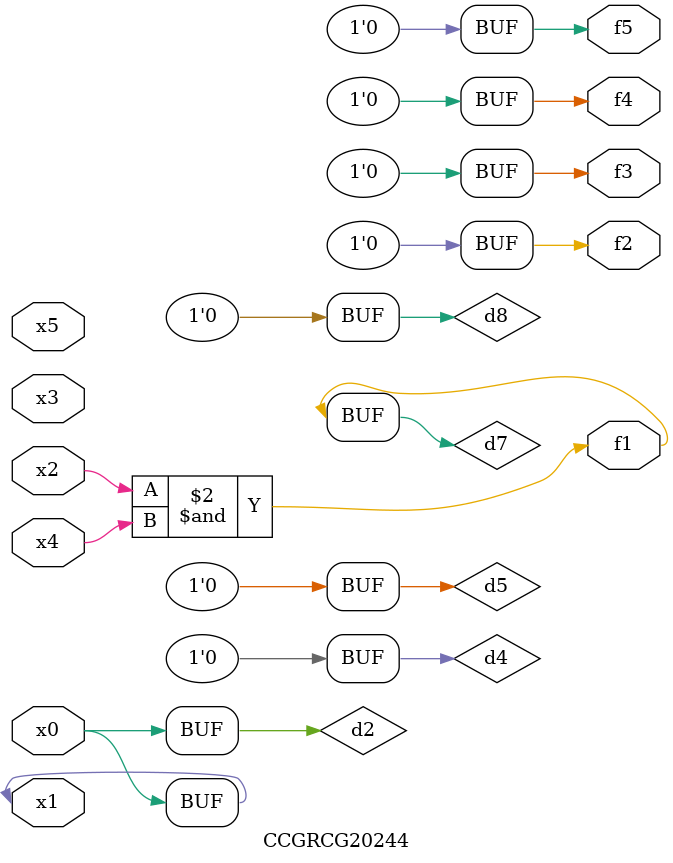
<source format=v>
module CCGRCG20244(
	input x0, x1, x2, x3, x4, x5,
	output f1, f2, f3, f4, f5
);

	wire d1, d2, d3, d4, d5, d6, d7, d8, d9;

	nand (d1, x1);
	buf (d2, x0, x1);
	nand (d3, x2, x4);
	and (d4, d1, d2);
	and (d5, d1, d2);
	nand (d6, d1, d3);
	not (d7, d3);
	xor (d8, d5);
	nor (d9, d5, d6);
	assign f1 = d7;
	assign f2 = d8;
	assign f3 = d8;
	assign f4 = d8;
	assign f5 = d8;
endmodule

</source>
